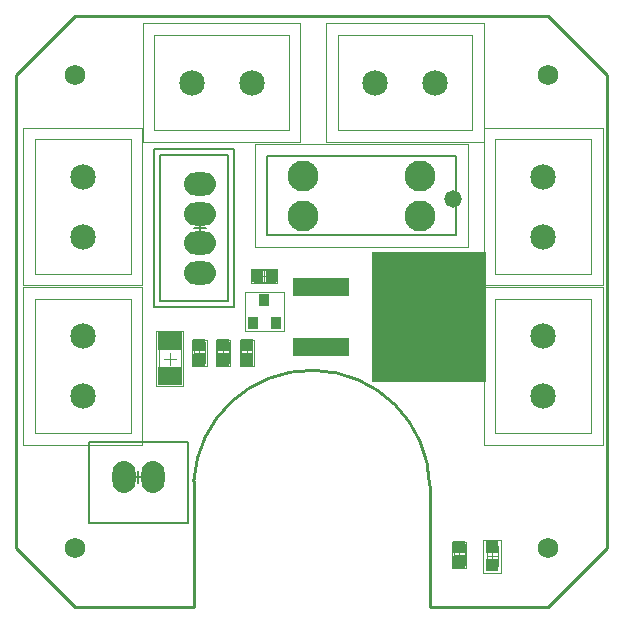
<source format=gts>
G04 Layer_Color=20142*
%FSLAX25Y25*%
%MOIN*%
G70*
G01*
G75*
%ADD19C,0.01000*%
%ADD22C,0.00787*%
%ADD23C,0.00394*%
%ADD24C,0.00197*%
%ADD25C,0.00200*%
%ADD26C,0.00400*%
%ADD27C,0.00800*%
%ADD40R,0.18910X0.06115*%
%ADD41R,0.38202X0.43713*%
%ADD42R,0.04343X0.03950*%
%ADD43R,0.07887X0.05918*%
%ADD44R,0.03950X0.04343*%
%ADD45R,0.03543X0.03937*%
%ADD46R,0.03950X0.03950*%
%ADD47O,0.10642X0.07690*%
%ADD48C,0.06800*%
%ADD49C,0.08500*%
%ADD50C,0.10300*%
%ADD51O,0.07690X0.10642*%
%ADD52C,0.05800*%
D19*
X137795Y40336D02*
G03*
X59126Y41785I-39365J-923D01*
G01*
X19685Y196850D02*
X177165D01*
X196850Y177165D01*
Y19685D02*
Y177165D01*
X177165Y-0D02*
X196850Y19685D01*
X137795Y-0D02*
X177165D01*
X137795D02*
Y40336D01*
X59126Y71D02*
Y41785D01*
X59055Y-0D02*
X59055Y-0D01*
X19685Y-0D02*
X59055D01*
X-0Y19685D02*
X19685Y-0D01*
X-0Y19685D02*
Y177165D01*
X19685Y196850D01*
Y196850D01*
D22*
X47842Y150539D02*
X70480D01*
X47842Y101720D02*
Y150539D01*
X70480Y101720D02*
Y150539D01*
X47842Y101720D02*
X70480D01*
X61130Y124161D02*
Y128098D01*
X59161Y126130D02*
X63098D01*
X45776Y99752D02*
X72547D01*
Y152508D01*
X45776D02*
X72547D01*
X45776Y99752D02*
Y152508D01*
X24114Y27953D02*
X57185D01*
Y54724D01*
X24114D02*
X57185D01*
X24114Y27953D02*
Y54724D01*
X40650Y41339D02*
Y45276D01*
X38681Y43307D02*
X42618D01*
D23*
X67028Y81201D02*
Y88090D01*
X70768Y81201D02*
Y88090D01*
X67028Y81201D02*
X70768D01*
X67028Y88090D02*
X70768D01*
X59153Y81201D02*
Y88090D01*
X62894Y81201D02*
Y88090D01*
X59153Y81201D02*
X62894D01*
X59153Y88090D02*
X62894D01*
X47638Y89370D02*
X54724D01*
X47638Y75984D02*
X54724D01*
Y89370D01*
X47638Y75984D02*
Y89370D01*
X79232Y108366D02*
X86122D01*
X79232Y112106D02*
X86122D01*
Y108366D02*
Y112106D01*
X79232Y108366D02*
Y112106D01*
X156760Y13406D02*
Y20295D01*
X160500Y13406D02*
Y20295D01*
X156760Y13406D02*
X160500D01*
X156760Y20295D02*
X160500D01*
X149500Y13905D02*
Y20795D01*
X145760Y13905D02*
Y20795D01*
X149500D01*
X145760Y13905D02*
X149500D01*
X78642Y81201D02*
Y88090D01*
X74902Y81201D02*
Y88090D01*
X78642D01*
X74902Y81201D02*
X78642D01*
X67028Y84646D02*
X70768D01*
X68898Y82776D02*
Y86516D01*
X59153Y84646D02*
X62894D01*
X61024Y82776D02*
Y86516D01*
X51181Y80709D02*
Y84646D01*
X49213Y82677D02*
X53150D01*
X82677Y108366D02*
Y112106D01*
X80807Y110236D02*
X84547D01*
X156760Y16850D02*
X160500D01*
X158630Y14980D02*
Y18721D01*
X145760Y17350D02*
X149500D01*
X147630Y15480D02*
Y19220D01*
X74902Y84646D02*
X78642D01*
X76772Y82776D02*
Y86516D01*
D24*
X66535Y80315D02*
Y88976D01*
X71260Y80315D02*
Y88976D01*
X66535Y80315D02*
X71260D01*
X66535Y88976D02*
X71260D01*
X58661Y80315D02*
Y88976D01*
X63386Y80315D02*
Y88976D01*
X58661Y80315D02*
X63386D01*
X58661Y88976D02*
X63386D01*
X46654Y91929D02*
X55709D01*
X46654Y73425D02*
X55709D01*
Y91929D01*
X46654Y73425D02*
Y91929D01*
X78347Y107874D02*
X87008D01*
X78347Y112598D02*
X87008D01*
Y107874D02*
Y112598D01*
X78347Y107874D02*
Y112598D01*
X155677Y11350D02*
Y22350D01*
X161583Y11350D02*
Y22350D01*
X155677Y11350D02*
X161583D01*
X155677Y22350D02*
X161583D01*
X149992Y13020D02*
Y21681D01*
X145268Y13020D02*
Y21681D01*
X149992D01*
X145268Y13020D02*
X149992D01*
X79134Y80315D02*
Y88976D01*
X74410Y80315D02*
Y88976D01*
X79134D01*
X74410Y80315D02*
X79134D01*
D25*
X76177Y91925D02*
X89177D01*
Y104925D01*
X76177D02*
X89177D01*
X76177Y91925D02*
Y104925D01*
D26*
X2253Y107059D02*
X42035D01*
Y159658D01*
X2253D02*
X42035D01*
X2253Y107059D02*
Y159658D01*
X6154Y110996D02*
X38098D01*
Y155758D01*
X6154D02*
X38098D01*
X6154Y110996D02*
Y155758D01*
X2253Y53909D02*
X42035D01*
Y106509D01*
X2253D02*
X42035D01*
X2253Y53909D02*
Y106509D01*
X6154Y57846D02*
X38098D01*
Y102609D01*
X6154D02*
X38098D01*
X6154Y57846D02*
Y102609D01*
X155797Y53909D02*
X195579D01*
Y106509D01*
X155797D02*
X195579D01*
X155797Y53909D02*
Y106509D01*
X159697Y57846D02*
X191642D01*
Y102609D01*
X159697D02*
X191642D01*
X159697Y57846D02*
Y102609D01*
X155797Y107059D02*
X195579D01*
Y159658D01*
X155797D02*
X195579D01*
X155797Y107059D02*
Y159658D01*
X159697Y110996D02*
X191642D01*
Y155758D01*
X159697D02*
X191642D01*
X159697Y110996D02*
Y155758D01*
X103122Y154815D02*
Y194597D01*
Y154815D02*
X155721D01*
Y194597D01*
X103122D02*
X155721D01*
X107059Y158752D02*
Y190697D01*
Y158752D02*
X151821D01*
Y190697D01*
X107059D02*
X151821D01*
X42098Y154815D02*
Y194597D01*
Y154815D02*
X94698D01*
Y194597D01*
X42098D02*
X94698D01*
X46035Y158752D02*
Y190697D01*
Y158752D02*
X90798D01*
Y190697D01*
X46035D02*
X90798D01*
X79665Y119823D02*
Y154215D01*
Y119823D02*
X150571D01*
Y154215D01*
X79665D02*
X150571D01*
D27*
X83602Y123760D02*
Y150315D01*
Y123760D02*
X146671D01*
Y150315D01*
X83602D02*
X146671D01*
D40*
X101673Y106457D02*
D03*
Y86457D02*
D03*
D41*
X137697Y96457D02*
D03*
D42*
X68898Y82185D02*
D03*
Y87106D02*
D03*
X61024Y82185D02*
D03*
Y87106D02*
D03*
X147630Y19811D02*
D03*
Y14890D02*
D03*
X76772Y87106D02*
D03*
Y82185D02*
D03*
D43*
X51181Y88386D02*
D03*
Y76968D02*
D03*
D44*
X85138Y110236D02*
D03*
X80216D02*
D03*
D45*
X82677Y102362D02*
D03*
X86417Y94488D02*
D03*
X78937D02*
D03*
D46*
X158630Y13898D02*
D03*
Y19803D02*
D03*
D47*
X61130Y140894D02*
D03*
Y121209D02*
D03*
Y111366D02*
D03*
Y131051D02*
D03*
D48*
X19685Y19685D02*
D03*
X177165Y177165D02*
D03*
X19685D02*
D03*
X177165Y19685D02*
D03*
D49*
X22153Y143358D02*
D03*
Y123358D02*
D03*
Y90209D02*
D03*
Y70209D02*
D03*
X175697Y90209D02*
D03*
Y70209D02*
D03*
Y143358D02*
D03*
Y123358D02*
D03*
X139421Y174697D02*
D03*
X119421D02*
D03*
X78398D02*
D03*
X58398D02*
D03*
D50*
X95571Y143715D02*
D03*
X134671D02*
D03*
Y130315D02*
D03*
X95571D02*
D03*
D51*
X35728Y43307D02*
D03*
X45571D02*
D03*
D52*
X133858Y78740D02*
D03*
X127953D02*
D03*
X122047D02*
D03*
X133858Y84646D02*
D03*
X127953D02*
D03*
X122047D02*
D03*
X145669Y135827D02*
D03*
X133858Y90551D02*
D03*
Y102362D02*
D03*
Y108268D02*
D03*
Y114173D02*
D03*
X127953Y90551D02*
D03*
Y96457D02*
D03*
Y102362D02*
D03*
Y108268D02*
D03*
Y114173D02*
D03*
X122047Y90551D02*
D03*
Y96457D02*
D03*
Y102362D02*
D03*
Y108268D02*
D03*
Y114173D02*
D03*
M02*

</source>
